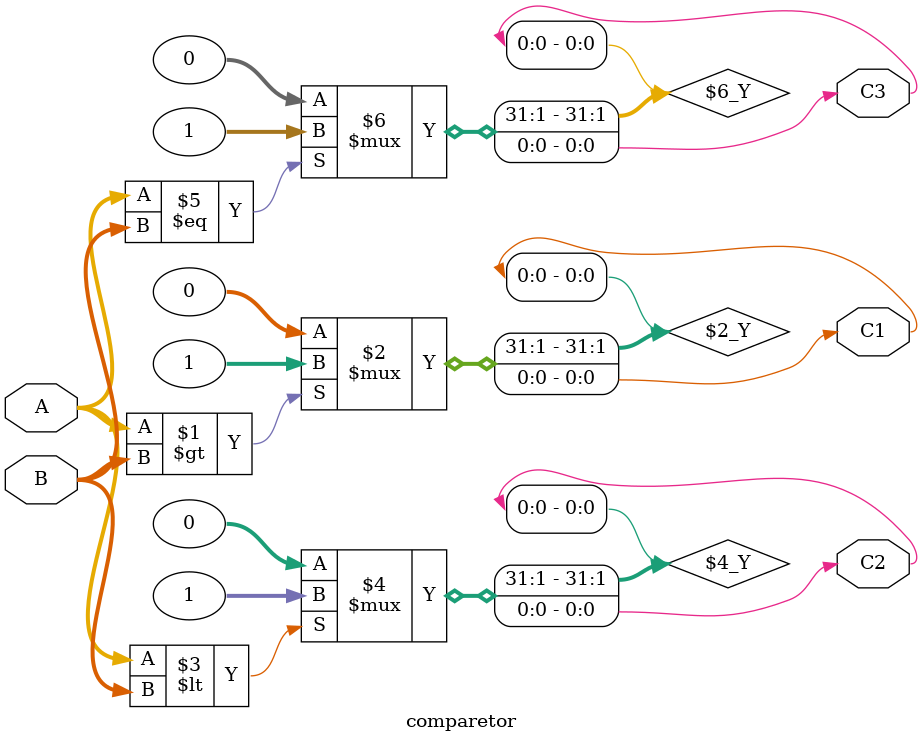
<source format=v>
/*module comparetor(A,B,C1,C2,C3);

input [3:0]A, [3:0]B;
output C1,C2,C3;

assign C1 = (A>B) ? 1 : 0 ;
assign C2 = (A<B) ? 1 : 0 ;
assign C3 = (A==B) ? 1 : 0 ;

endmodule*/

module comparetor(
    input [3:0] A, 
    input [3:0] B, 
    output C1, C2, C3
);

    assign C1 = (A > B) ? 1 : 0;
    assign C2 = (A < B) ? 1 : 0;
    assign C3 = (A == B) ? 1 : 0;

endmodule

</source>
